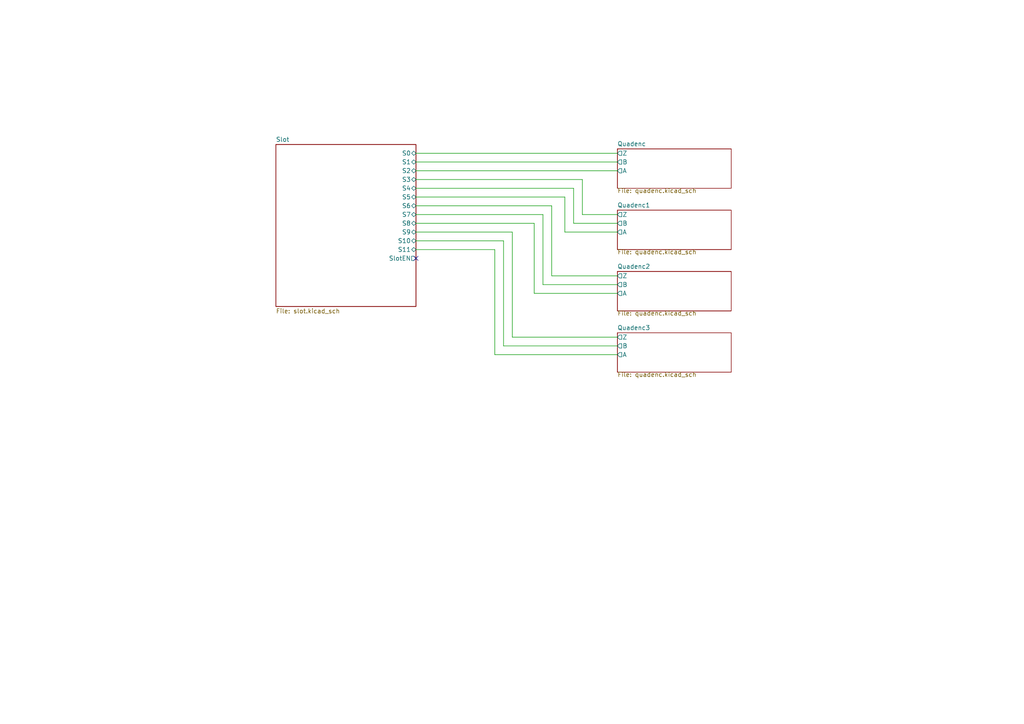
<source format=kicad_sch>
(kicad_sch
	(version 20231120)
	(generator "eeschema")
	(generator_version "8.0")
	(uuid "d2cd227f-e978-42c2-bb8b-78eaab8a27a1")
	(paper "A4")
	(title_block
		(title "rioctrl-quadenc4")
		(date "2024-08-25")
		(rev "${VERSION}")
		(company "R. Veips")
	)
	(lib_symbols)
	(no_connect
		(at 120.65 74.93)
		(uuid "6fdf3650-2d5b-4a4a-a70f-06dd78cf8b8a")
	)
	(wire
		(pts
			(xy 168.91 62.23) (xy 179.07 62.23)
		)
		(stroke
			(width 0)
			(type default)
		)
		(uuid "043c5e58-4998-47dd-a01e-97c42a9b4176")
	)
	(wire
		(pts
			(xy 148.59 97.79) (xy 148.59 67.31)
		)
		(stroke
			(width 0)
			(type default)
		)
		(uuid "08f1dc3f-d15a-438c-8590-b63469096ed0")
	)
	(wire
		(pts
			(xy 146.05 69.85) (xy 146.05 100.33)
		)
		(stroke
			(width 0)
			(type default)
		)
		(uuid "0930d270-7d9c-42e5-8e26-780a24b42075")
	)
	(wire
		(pts
			(xy 154.94 64.77) (xy 120.65 64.77)
		)
		(stroke
			(width 0)
			(type default)
		)
		(uuid "19e4253f-9b46-4bdf-8081-1964999aad3f")
	)
	(wire
		(pts
			(xy 146.05 100.33) (xy 179.07 100.33)
		)
		(stroke
			(width 0)
			(type default)
		)
		(uuid "232ade86-2dbe-45d9-ab27-2eda360548f5")
	)
	(wire
		(pts
			(xy 163.83 57.15) (xy 163.83 67.31)
		)
		(stroke
			(width 0)
			(type default)
		)
		(uuid "277bb586-2b00-47a3-81e5-d77f76bfb4db")
	)
	(wire
		(pts
			(xy 157.48 62.23) (xy 157.48 82.55)
		)
		(stroke
			(width 0)
			(type default)
		)
		(uuid "57653eb1-e837-44dd-af6e-d72d2c591322")
	)
	(wire
		(pts
			(xy 120.65 46.99) (xy 179.07 46.99)
		)
		(stroke
			(width 0)
			(type default)
		)
		(uuid "6545dd73-a707-413b-98a0-b8d1e4b27d5a")
	)
	(wire
		(pts
			(xy 179.07 102.87) (xy 143.51 102.87)
		)
		(stroke
			(width 0)
			(type default)
		)
		(uuid "6a20322a-ba89-403f-97d1-6d0b9f409bb9")
	)
	(wire
		(pts
			(xy 154.94 85.09) (xy 154.94 64.77)
		)
		(stroke
			(width 0)
			(type default)
		)
		(uuid "6e406506-94c9-4852-8a31-cf243a08296a")
	)
	(wire
		(pts
			(xy 166.37 54.61) (xy 120.65 54.61)
		)
		(stroke
			(width 0)
			(type default)
		)
		(uuid "6eb175d0-a2ef-4069-b44e-60877239912d")
	)
	(wire
		(pts
			(xy 120.65 57.15) (xy 163.83 57.15)
		)
		(stroke
			(width 0)
			(type default)
		)
		(uuid "70200b8f-afb6-4fc6-b44c-c6c6ed05245c")
	)
	(wire
		(pts
			(xy 179.07 80.01) (xy 160.02 80.01)
		)
		(stroke
			(width 0)
			(type default)
		)
		(uuid "709b0bba-149a-45eb-8239-0f7d06e30712")
	)
	(wire
		(pts
			(xy 120.65 44.45) (xy 179.07 44.45)
		)
		(stroke
			(width 0)
			(type default)
		)
		(uuid "7348663c-0a07-492f-afab-a5a3ce161084")
	)
	(wire
		(pts
			(xy 160.02 80.01) (xy 160.02 59.69)
		)
		(stroke
			(width 0)
			(type default)
		)
		(uuid "76f24a24-6e7d-4f30-817c-322d15ca7cda")
	)
	(wire
		(pts
			(xy 168.91 52.07) (xy 168.91 62.23)
		)
		(stroke
			(width 0)
			(type default)
		)
		(uuid "7a067d82-2672-4108-a337-3af61452cd1d")
	)
	(wire
		(pts
			(xy 179.07 64.77) (xy 166.37 64.77)
		)
		(stroke
			(width 0)
			(type default)
		)
		(uuid "8011d11a-3ad1-42bd-b017-0e0a7cab6854")
	)
	(wire
		(pts
			(xy 179.07 85.09) (xy 154.94 85.09)
		)
		(stroke
			(width 0)
			(type default)
		)
		(uuid "80f21b4f-0c49-422e-a513-8a99bf035d95")
	)
	(wire
		(pts
			(xy 157.48 82.55) (xy 179.07 82.55)
		)
		(stroke
			(width 0)
			(type default)
		)
		(uuid "80fe6d86-16da-473d-937d-c20ccc190aa6")
	)
	(wire
		(pts
			(xy 166.37 64.77) (xy 166.37 54.61)
		)
		(stroke
			(width 0)
			(type default)
		)
		(uuid "8c63cf8a-b480-41a6-a0b3-ace369681183")
	)
	(wire
		(pts
			(xy 179.07 97.79) (xy 148.59 97.79)
		)
		(stroke
			(width 0)
			(type default)
		)
		(uuid "922f2b01-7250-4b4e-a05d-52ed50c23e7b")
	)
	(wire
		(pts
			(xy 143.51 102.87) (xy 143.51 72.39)
		)
		(stroke
			(width 0)
			(type default)
		)
		(uuid "9e2882cd-6da8-4117-b376-8f15325b7b10")
	)
	(wire
		(pts
			(xy 120.65 69.85) (xy 146.05 69.85)
		)
		(stroke
			(width 0)
			(type default)
		)
		(uuid "a7559c23-6018-41c1-b038-bc6cf792fb37")
	)
	(wire
		(pts
			(xy 163.83 67.31) (xy 179.07 67.31)
		)
		(stroke
			(width 0)
			(type default)
		)
		(uuid "b87fb391-0ec6-488a-87ee-b0c125b25c2d")
	)
	(wire
		(pts
			(xy 143.51 72.39) (xy 120.65 72.39)
		)
		(stroke
			(width 0)
			(type default)
		)
		(uuid "c94a1803-eee2-4c45-9819-1439904ca10f")
	)
	(wire
		(pts
			(xy 120.65 49.53) (xy 179.07 49.53)
		)
		(stroke
			(width 0)
			(type default)
		)
		(uuid "ca8a2ad3-f2b6-4ee3-b0e3-1dea8f6376af")
	)
	(wire
		(pts
			(xy 148.59 67.31) (xy 120.65 67.31)
		)
		(stroke
			(width 0)
			(type default)
		)
		(uuid "cc077aa2-9add-4e96-be9f-2acc52b91e8a")
	)
	(wire
		(pts
			(xy 120.65 52.07) (xy 168.91 52.07)
		)
		(stroke
			(width 0)
			(type default)
		)
		(uuid "dc9b109b-aa2e-4e57-b89b-999dc9795594")
	)
	(wire
		(pts
			(xy 160.02 59.69) (xy 120.65 59.69)
		)
		(stroke
			(width 0)
			(type default)
		)
		(uuid "eb61958f-6fdc-4a82-9d0f-fd40ebe06979")
	)
	(wire
		(pts
			(xy 120.65 62.23) (xy 157.48 62.23)
		)
		(stroke
			(width 0)
			(type default)
		)
		(uuid "f98fedfa-2a3c-4918-9fab-4b32fe431933")
	)
	(sheet
		(at 179.07 43.18)
		(size 33.02 11.43)
		(fields_autoplaced yes)
		(stroke
			(width 0.1524)
			(type solid)
		)
		(fill
			(color 0 0 0 0.0000)
		)
		(uuid "23c7ab7e-7769-4020-916d-624ec6592bc6")
		(property "Sheetname" "Quadenc"
			(at 179.07 42.4684 0)
			(effects
				(font
					(size 1.27 1.27)
				)
				(justify left bottom)
			)
		)
		(property "Sheetfile" "quadenc.kicad_sch"
			(at 179.07 54.5596 0)
			(effects
				(font
					(size 1.27 1.27)
				)
				(justify left top)
			)
		)
		(pin "Z" output
			(at 179.07 44.45 180)
			(effects
				(font
					(size 1.27 1.27)
				)
				(justify left)
			)
			(uuid "1588d546-adf9-4540-bc6f-5fa6d9276f32")
		)
		(pin "A" output
			(at 179.07 49.53 180)
			(effects
				(font
					(size 1.27 1.27)
				)
				(justify left)
			)
			(uuid "fe3ace77-4562-42cc-99a3-0c0bde1d52d2")
		)
		(pin "B" output
			(at 179.07 46.99 180)
			(effects
				(font
					(size 1.27 1.27)
				)
				(justify left)
			)
			(uuid "e0682d03-d26d-4649-9e44-29055060e5e8")
		)
		(instances
			(project "rioctrl-quadenc4"
				(path "/d2cd227f-e978-42c2-bb8b-78eaab8a27a1"
					(page "2")
				)
			)
		)
	)
	(sheet
		(at 80.01 41.91)
		(size 40.64 46.99)
		(fields_autoplaced yes)
		(stroke
			(width 0.1524)
			(type solid)
		)
		(fill
			(color 0 0 0 0.0000)
		)
		(uuid "34ed50ec-1a73-44fe-9917-d3ad4bec02fb")
		(property "Sheetname" "Slot"
			(at 80.01 41.1984 0)
			(effects
				(font
					(size 1.27 1.27)
				)
				(justify left bottom)
			)
		)
		(property "Sheetfile" "slot.kicad_sch"
			(at 80.01 89.4846 0)
			(effects
				(font
					(size 1.27 1.27)
				)
				(justify left top)
			)
		)
		(pin "S0" bidirectional
			(at 120.65 44.45 0)
			(effects
				(font
					(size 1.27 1.27)
				)
				(justify right)
			)
			(uuid "034ba3e1-f9b0-4daa-b8f4-870a4a2101c1")
		)
		(pin "S4" bidirectional
			(at 120.65 54.61 0)
			(effects
				(font
					(size 1.27 1.27)
				)
				(justify right)
			)
			(uuid "218a2b84-4ce6-4187-8e96-bc634b277717")
		)
		(pin "S1" bidirectional
			(at 120.65 46.99 0)
			(effects
				(font
					(size 1.27 1.27)
				)
				(justify right)
			)
			(uuid "cd81f368-55e8-413e-824c-66d1d7dc2b8a")
		)
		(pin "S5" bidirectional
			(at 120.65 57.15 0)
			(effects
				(font
					(size 1.27 1.27)
				)
				(justify right)
			)
			(uuid "a12ea3b1-4569-4c00-8bcb-fb3fa504d93a")
		)
		(pin "S2" bidirectional
			(at 120.65 49.53 0)
			(effects
				(font
					(size 1.27 1.27)
				)
				(justify right)
			)
			(uuid "347b0184-4ea8-4664-b690-0c816a946d6d")
		)
		(pin "S3" bidirectional
			(at 120.65 52.07 0)
			(effects
				(font
					(size 1.27 1.27)
				)
				(justify right)
			)
			(uuid "66bd6b36-442a-4b8d-8010-eb080d31906a")
		)
		(pin "S6" bidirectional
			(at 120.65 59.69 0)
			(effects
				(font
					(size 1.27 1.27)
				)
				(justify right)
			)
			(uuid "6ce595b9-66aa-4721-9521-87755a2907b8")
		)
		(pin "S8" bidirectional
			(at 120.65 64.77 0)
			(effects
				(font
					(size 1.27 1.27)
				)
				(justify right)
			)
			(uuid "8cf9c264-a473-4ad0-8cd8-7020d5215980")
		)
		(pin "S7" bidirectional
			(at 120.65 62.23 0)
			(effects
				(font
					(size 1.27 1.27)
				)
				(justify right)
			)
			(uuid "fed4107b-60ed-4f21-90c0-1f8b007101d7")
		)
		(pin "S9" bidirectional
			(at 120.65 67.31 0)
			(effects
				(font
					(size 1.27 1.27)
				)
				(justify right)
			)
			(uuid "643aa316-c8f2-478d-8e26-e0a2ddbea754")
		)
		(pin "S11" bidirectional
			(at 120.65 72.39 0)
			(effects
				(font
					(size 1.27 1.27)
				)
				(justify right)
			)
			(uuid "27deb1a4-ad09-4f8f-b1ad-01f39e0f6f68")
		)
		(pin "S10" bidirectional
			(at 120.65 69.85 0)
			(effects
				(font
					(size 1.27 1.27)
				)
				(justify right)
			)
			(uuid "ec416f73-3bcd-4e83-aa82-aa2077e3857f")
		)
		(pin "SlotEN" output
			(at 120.65 74.93 0)
			(effects
				(font
					(size 1.27 1.27)
				)
				(justify right)
			)
			(uuid "96a20b6e-df95-45a1-b64d-15279c0cec62")
		)
		(instances
			(project "rioctrl-quadenc4"
				(path "/d2cd227f-e978-42c2-bb8b-78eaab8a27a1"
					(page "3")
				)
			)
		)
	)
	(sheet
		(at 179.07 60.96)
		(size 33.02 11.43)
		(fields_autoplaced yes)
		(stroke
			(width 0.1524)
			(type solid)
		)
		(fill
			(color 0 0 0 0.0000)
		)
		(uuid "56257a9c-dde7-4b05-8542-7258127600be")
		(property "Sheetname" "Quadenc1"
			(at 179.07 60.2484 0)
			(effects
				(font
					(size 1.27 1.27)
				)
				(justify left bottom)
			)
		)
		(property "Sheetfile" "quadenc.kicad_sch"
			(at 179.07 72.3396 0)
			(effects
				(font
					(size 1.27 1.27)
				)
				(justify left top)
			)
		)
		(pin "Z" output
			(at 179.07 62.23 180)
			(effects
				(font
					(size 1.27 1.27)
				)
				(justify left)
			)
			(uuid "12dd4dfe-5f12-4ef0-bf54-4de5b773f9c0")
		)
		(pin "A" output
			(at 179.07 67.31 180)
			(effects
				(font
					(size 1.27 1.27)
				)
				(justify left)
			)
			(uuid "88fac800-1dcd-4dba-ba91-03dd6e9f4d8c")
		)
		(pin "B" output
			(at 179.07 64.77 180)
			(effects
				(font
					(size 1.27 1.27)
				)
				(justify left)
			)
			(uuid "d2ea34fb-848d-4425-98dd-231d954fdf9f")
		)
		(instances
			(project "rioctrl-quadenc4"
				(path "/d2cd227f-e978-42c2-bb8b-78eaab8a27a1"
					(page "4")
				)
			)
		)
	)
	(sheet
		(at 179.07 96.52)
		(size 33.02 11.43)
		(fields_autoplaced yes)
		(stroke
			(width 0.1524)
			(type solid)
		)
		(fill
			(color 0 0 0 0.0000)
		)
		(uuid "def00e93-46b5-4526-87a5-f0ff7013dcb7")
		(property "Sheetname" "Quadenc3"
			(at 179.07 95.8084 0)
			(effects
				(font
					(size 1.27 1.27)
				)
				(justify left bottom)
			)
		)
		(property "Sheetfile" "quadenc.kicad_sch"
			(at 179.07 107.8996 0)
			(effects
				(font
					(size 1.27 1.27)
				)
				(justify left top)
			)
		)
		(pin "Z" output
			(at 179.07 97.79 180)
			(effects
				(font
					(size 1.27 1.27)
				)
				(justify left)
			)
			(uuid "71d27b60-1a36-45ca-9d1f-c64caceac292")
		)
		(pin "A" output
			(at 179.07 102.87 180)
			(effects
				(font
					(size 1.27 1.27)
				)
				(justify left)
			)
			(uuid "1dd06fbf-14e0-45fa-bb9d-70dd865b9c27")
		)
		(pin "B" output
			(at 179.07 100.33 180)
			(effects
				(font
					(size 1.27 1.27)
				)
				(justify left)
			)
			(uuid "77f7a6dc-2bc2-4f44-9583-f3103f356852")
		)
		(instances
			(project "rioctrl-quadenc4"
				(path "/d2cd227f-e978-42c2-bb8b-78eaab8a27a1"
					(page "6")
				)
			)
		)
	)
	(sheet
		(at 179.07 78.74)
		(size 33.02 11.43)
		(fields_autoplaced yes)
		(stroke
			(width 0.1524)
			(type solid)
		)
		(fill
			(color 0 0 0 0.0000)
		)
		(uuid "ec482ff3-344a-4934-a38d-8d1130d323ff")
		(property "Sheetname" "Quadenc2"
			(at 179.07 78.0284 0)
			(effects
				(font
					(size 1.27 1.27)
				)
				(justify left bottom)
			)
		)
		(property "Sheetfile" "quadenc.kicad_sch"
			(at 179.07 90.1196 0)
			(effects
				(font
					(size 1.27 1.27)
				)
				(justify left top)
			)
		)
		(pin "Z" output
			(at 179.07 80.01 180)
			(effects
				(font
					(size 1.27 1.27)
				)
				(justify left)
			)
			(uuid "8b8514ea-cb83-4780-99ab-db6d80248a4b")
		)
		(pin "A" output
			(at 179.07 85.09 180)
			(effects
				(font
					(size 1.27 1.27)
				)
				(justify left)
			)
			(uuid "61e9667e-11ec-42a4-8332-aa8dda3087ea")
		)
		(pin "B" output
			(at 179.07 82.55 180)
			(effects
				(font
					(size 1.27 1.27)
				)
				(justify left)
			)
			(uuid "712e3cbd-de52-41dc-953f-7d3ea634fdbb")
		)
		(instances
			(project "rioctrl-quadenc4"
				(path "/d2cd227f-e978-42c2-bb8b-78eaab8a27a1"
					(page "5")
				)
			)
		)
	)
	(sheet_instances
		(path "/"
			(page "1")
		)
	)
)

</source>
